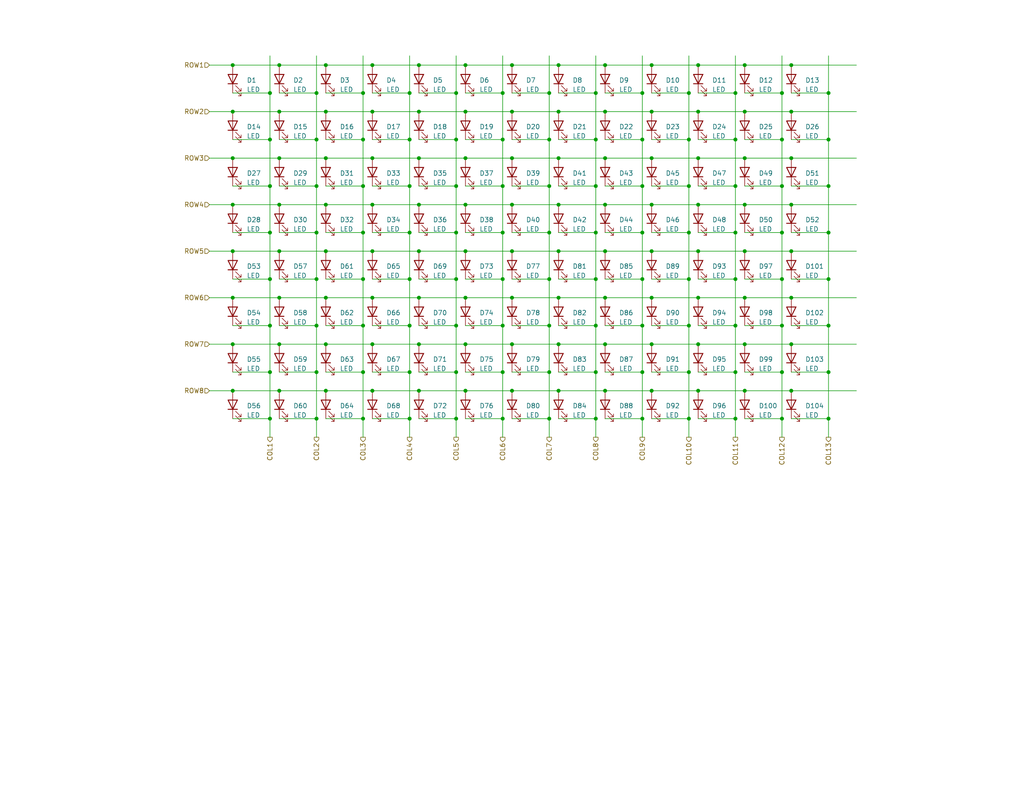
<source format=kicad_sch>
(kicad_sch (version 20230121) (generator eeschema)
  (paper "A")
  (title_block (title "10x13 LED Array"))
  (lib_symbols
    (symbol "Device:LED" (pin_numbers hide) (pin_names (offset 1.016) hide)
      (property "Reference" "D" (at 0 2.54 0))
      (property "Value" "LED" (at 0 -2.54 0))
      (symbol "LED_1_1"
        (pin passive line (at -3.81 0 0) (length 2.54) (name "K") (number "1"))
        (pin passive line (at 3.81 0 180) (length 2.54) (name "A") (number "2"))
      )
    )
  )
  (junction (at 175.26 38.1))
  (junction (at 101.6 30.48))
  (junction (at 213.36 88.9))
  (junction (at 162.56 63.5))
  (junction (at 86.36 101.6))
  (junction (at 76.2 68.58))
  (junction (at 139.7 55.88))
  (junction (at 226.06 88.9))
  (junction (at 124.46 114.3))
  (junction (at 190.5 17.78))
  (junction (at 200.66 114.3))
  (junction (at 213.36 101.6))
  (junction (at 88.9 30.48))
  (junction (at 226.06 38.1))
  (junction (at 162.56 76.2))
  (junction (at 190.5 55.88))
  (junction (at 187.96 88.9))
  (junction (at 177.8 93.98))
  (junction (at 177.8 68.58))
  (junction (at 187.96 38.1))
  (junction (at 200.66 25.4))
  (junction (at 127 55.88))
  (junction (at 213.36 63.5))
  (junction (at 124.46 38.1))
  (junction (at 187.96 25.4))
  (junction (at 213.36 50.8))
  (junction (at 127 43.18))
  (junction (at 203.2 93.98))
  (junction (at 99.06 88.9))
  (junction (at 152.4 17.78))
  (junction (at 63.5 43.18))
  (junction (at 177.8 55.88))
  (junction (at 162.56 88.9))
  (junction (at 101.6 81.28))
  (junction (at 76.2 55.88))
  (junction (at 76.2 43.18))
  (junction (at 203.2 30.48))
  (junction (at 111.76 76.2))
  (junction (at 226.06 50.8))
  (junction (at 165.1 68.58))
  (junction (at 162.56 25.4))
  (junction (at 215.9 30.48))
  (junction (at 190.5 43.18))
  (junction (at 165.1 106.68))
  (junction (at 124.46 25.4))
  (junction (at 215.9 106.68))
  (junction (at 165.1 17.78))
  (junction (at 86.36 114.3))
  (junction (at 124.46 101.6))
  (junction (at 73.66 25.4))
  (junction (at 203.2 43.18))
  (junction (at 88.9 68.58))
  (junction (at 177.8 43.18))
  (junction (at 162.56 38.1))
  (junction (at 86.36 76.2))
  (junction (at 215.9 43.18))
  (junction (at 139.7 30.48))
  (junction (at 203.2 68.58))
  (junction (at 139.7 93.98))
  (junction (at 73.66 50.8))
  (junction (at 99.06 38.1))
  (junction (at 190.5 93.98))
  (junction (at 101.6 68.58))
  (junction (at 88.9 43.18))
  (junction (at 88.9 17.78))
  (junction (at 88.9 93.98))
  (junction (at 99.06 114.3))
  (junction (at 177.8 81.28))
  (junction (at 200.66 76.2))
  (junction (at 149.86 38.1))
  (junction (at 165.1 43.18))
  (junction (at 86.36 25.4))
  (junction (at 152.4 55.88))
  (junction (at 127 106.68))
  (junction (at 101.6 17.78))
  (junction (at 200.66 38.1))
  (junction (at 88.9 55.88))
  (junction (at 226.06 63.5))
  (junction (at 190.5 30.48))
  (junction (at 175.26 63.5))
  (junction (at 200.66 101.6))
  (junction (at 88.9 106.68))
  (junction (at 63.5 68.58))
  (junction (at 175.26 76.2))
  (junction (at 101.6 43.18))
  (junction (at 215.9 93.98))
  (junction (at 203.2 17.78))
  (junction (at 175.26 50.8))
  (junction (at 203.2 81.28))
  (junction (at 226.06 114.3))
  (junction (at 213.36 38.1))
  (junction (at 111.76 63.5))
  (junction (at 137.16 63.5))
  (junction (at 215.9 17.78))
  (junction (at 190.5 81.28))
  (junction (at 149.86 50.8))
  (junction (at 187.96 114.3))
  (junction (at 99.06 101.6))
  (junction (at 127 93.98))
  (junction (at 114.3 81.28))
  (junction (at 175.26 88.9))
  (junction (at 99.06 25.4))
  (junction (at 203.2 55.88))
  (junction (at 86.36 38.1))
  (junction (at 76.2 30.48))
  (junction (at 200.66 88.9))
  (junction (at 162.56 50.8))
  (junction (at 215.9 81.28))
  (junction (at 101.6 106.68))
  (junction (at 137.16 38.1))
  (junction (at 73.66 114.3))
  (junction (at 226.06 101.6))
  (junction (at 200.66 50.8))
  (junction (at 114.3 68.58))
  (junction (at 215.9 55.88))
  (junction (at 114.3 55.88))
  (junction (at 99.06 76.2))
  (junction (at 200.66 63.5))
  (junction (at 190.5 106.68))
  (junction (at 139.7 81.28))
  (junction (at 124.46 88.9))
  (junction (at 76.2 81.28))
  (junction (at 127 17.78))
  (junction (at 114.3 17.78))
  (junction (at 213.36 114.3))
  (junction (at 127 30.48))
  (junction (at 152.4 81.28))
  (junction (at 127 81.28))
  (junction (at 111.76 101.6))
  (junction (at 165.1 55.88))
  (junction (at 73.66 38.1))
  (junction (at 137.16 88.9))
  (junction (at 111.76 50.8))
  (junction (at 190.5 68.58))
  (junction (at 88.9 81.28))
  (junction (at 165.1 93.98))
  (junction (at 139.7 68.58))
  (junction (at 73.66 63.5))
  (junction (at 137.16 25.4))
  (junction (at 86.36 50.8))
  (junction (at 124.46 76.2))
  (junction (at 124.46 50.8))
  (junction (at 175.26 25.4))
  (junction (at 187.96 76.2))
  (junction (at 137.16 101.6))
  (junction (at 162.56 101.6))
  (junction (at 149.86 76.2))
  (junction (at 162.56 114.3))
  (junction (at 149.86 114.3))
  (junction (at 111.76 114.3))
  (junction (at 137.16 50.8))
  (junction (at 63.5 93.98))
  (junction (at 165.1 81.28))
  (junction (at 165.1 30.48))
  (junction (at 127 68.58))
  (junction (at 114.3 93.98))
  (junction (at 63.5 17.78))
  (junction (at 63.5 106.68))
  (junction (at 149.86 25.4))
  (junction (at 114.3 30.48))
  (junction (at 99.06 63.5))
  (junction (at 226.06 25.4))
  (junction (at 99.06 50.8))
  (junction (at 124.46 63.5))
  (junction (at 152.4 68.58))
  (junction (at 177.8 17.78))
  (junction (at 114.3 43.18))
  (junction (at 63.5 55.88))
  (junction (at 73.66 101.6))
  (junction (at 63.5 30.48))
  (junction (at 139.7 17.78))
  (junction (at 215.9 68.58))
  (junction (at 73.66 88.9))
  (junction (at 101.6 93.98))
  (junction (at 139.7 43.18))
  (junction (at 101.6 55.88))
  (junction (at 149.86 88.9))
  (junction (at 76.2 93.98))
  (junction (at 137.16 114.3))
  (junction (at 175.26 114.3))
  (junction (at 76.2 17.78))
  (junction (at 203.2 106.68))
  (junction (at 86.36 88.9))
  (junction (at 73.66 76.2))
  (junction (at 152.4 93.98))
  (junction (at 175.26 101.6))
  (junction (at 152.4 43.18))
  (junction (at 86.36 63.5))
  (junction (at 111.76 25.4))
  (junction (at 187.96 101.6))
  (junction (at 149.86 101.6))
  (junction (at 213.36 25.4))
  (junction (at 177.8 30.48))
  (junction (at 149.86 63.5))
  (junction (at 114.3 106.68))
  (junction (at 76.2 106.68))
  (junction (at 177.8 106.68))
  (junction (at 139.7 106.68))
  (junction (at 111.76 88.9))
  (junction (at 226.06 76.2))
  (junction (at 152.4 106.68))
  (junction (at 213.36 76.2))
  (junction (at 187.96 50.8))
  (junction (at 152.4 30.48))
  (junction (at 63.5 81.28))
  (junction (at 187.96 63.5))
  (junction (at 111.76 38.1))
  (junction (at 137.16 76.2))
  (wire (pts (xy 63.5 38.1) (xy 73.66 38.1)))
  (wire (pts (xy 190.5 63.5) (xy 200.66 63.5)))
  (wire (pts (xy 88.9 114.3) (xy 99.06 114.3)))
  (wire (pts (xy 215.9 17.78) (xy 233.68 17.78)))
  (wire (pts (xy 88.9 30.48) (xy 101.6 30.48)))
  (wire (pts (xy 127 30.48) (xy 139.7 30.48)))
  (wire (pts (xy 57.15 106.68) (xy 63.5 106.68)))
  (wire (pts (xy 127 88.9) (xy 137.16 88.9)))
  (wire (pts (xy 124.46 63.5) (xy 124.46 76.2)))
  (wire (pts (xy 215.9 63.5) (xy 226.06 63.5)))
  (wire (pts (xy 127 63.5) (xy 137.16 63.5)))
  (wire (pts (xy 139.7 106.68) (xy 152.4 106.68)))
  (wire (pts (xy 175.26 101.6) (xy 175.26 114.3)))
  (wire (pts (xy 149.86 15.24) (xy 149.86 25.4)))
  (wire (pts (xy 127 114.3) (xy 137.16 114.3)))
  (wire (pts (xy 111.76 114.3) (xy 111.76 119.38)))
  (wire (pts (xy 215.9 55.88) (xy 233.68 55.88)))
  (wire (pts (xy 203.2 55.88) (xy 215.9 55.88)))
  (wire (pts (xy 162.56 88.9) (xy 162.56 101.6)))
  (wire (pts (xy 86.36 38.1) (xy 86.36 50.8)))
  (wire (pts (xy 203.2 101.6) (xy 213.36 101.6)))
  (wire (pts (xy 152.4 43.18) (xy 165.1 43.18)))
  (wire (pts (xy 101.6 93.98) (xy 114.3 93.98)))
  (wire (pts (xy 114.3 38.1) (xy 124.46 38.1)))
  (wire (pts (xy 190.5 43.18) (xy 203.2 43.18)))
  (wire (pts (xy 215.9 43.18) (xy 233.68 43.18)))
  (wire (pts (xy 57.15 68.58) (xy 63.5 68.58)))
  (wire (pts (xy 63.5 55.88) (xy 76.2 55.88)))
  (wire (pts (xy 124.46 50.8) (xy 124.46 63.5)))
  (wire (pts (xy 226.06 88.9) (xy 226.06 101.6)))
  (wire (pts (xy 127 50.8) (xy 137.16 50.8)))
  (wire (pts (xy 57.15 55.88) (xy 63.5 55.88)))
  (wire (pts (xy 149.86 63.5) (xy 149.86 76.2)))
  (wire (pts (xy 139.7 88.9) (xy 149.86 88.9)))
  (wire (pts (xy 124.46 88.9) (xy 124.46 101.6)))
  (wire (pts (xy 139.7 55.88) (xy 152.4 55.88)))
  (wire (pts (xy 149.86 50.8) (xy 149.86 63.5)))
  (wire (pts (xy 177.8 55.88) (xy 190.5 55.88)))
  (wire (pts (xy 165.1 30.48) (xy 177.8 30.48)))
  (wire (pts (xy 203.2 38.1) (xy 213.36 38.1)))
  (wire (pts (xy 139.7 50.8) (xy 149.86 50.8)))
  (wire (pts (xy 215.9 101.6) (xy 226.06 101.6)))
  (wire (pts (xy 165.1 50.8) (xy 175.26 50.8)))
  (wire (pts (xy 215.9 114.3) (xy 226.06 114.3)))
  (wire (pts (xy 175.26 15.24) (xy 175.26 25.4)))
  (wire (pts (xy 213.36 76.2) (xy 213.36 88.9)))
  (wire (pts (xy 162.56 101.6) (xy 162.56 114.3)))
  (wire (pts (xy 63.5 114.3) (xy 73.66 114.3)))
  (wire (pts (xy 213.36 101.6) (xy 213.36 114.3)))
  (wire (pts (xy 57.15 30.48) (xy 63.5 30.48)))
  (wire (pts (xy 203.2 81.28) (xy 215.9 81.28)))
  (wire (pts (xy 127 93.98) (xy 139.7 93.98)))
  (wire (pts (xy 165.1 88.9) (xy 175.26 88.9)))
  (wire (pts (xy 88.9 55.88) (xy 101.6 55.88)))
  (wire (pts (xy 152.4 68.58) (xy 165.1 68.58)))
  (wire (pts (xy 76.2 63.5) (xy 86.36 63.5)))
  (wire (pts (xy 187.96 63.5) (xy 187.96 76.2)))
  (wire (pts (xy 137.16 25.4) (xy 137.16 38.1)))
  (wire (pts (xy 139.7 30.48) (xy 152.4 30.48)))
  (wire (pts (xy 165.1 43.18) (xy 177.8 43.18)))
  (wire (pts (xy 114.3 88.9) (xy 124.46 88.9)))
  (wire (pts (xy 114.3 76.2) (xy 124.46 76.2)))
  (wire (pts (xy 127 101.6) (xy 137.16 101.6)))
  (wire (pts (xy 86.36 63.5) (xy 86.36 76.2)))
  (wire (pts (xy 114.3 43.18) (xy 127 43.18)))
  (wire (pts (xy 190.5 106.68) (xy 203.2 106.68)))
  (wire (pts (xy 200.66 101.6) (xy 200.66 114.3)))
  (wire (pts (xy 226.06 76.2) (xy 226.06 88.9)))
  (wire (pts (xy 114.3 114.3) (xy 124.46 114.3)))
  (wire (pts (xy 200.66 63.5) (xy 200.66 76.2)))
  (wire (pts (xy 101.6 106.68) (xy 114.3 106.68)))
  (wire (pts (xy 76.2 88.9) (xy 86.36 88.9)))
  (wire (pts (xy 139.7 68.58) (xy 152.4 68.58)))
  (wire (pts (xy 76.2 106.68) (xy 88.9 106.68)))
  (wire (pts (xy 127 55.88) (xy 139.7 55.88)))
  (wire (pts (xy 152.4 25.4) (xy 162.56 25.4)))
  (wire (pts (xy 127 25.4) (xy 137.16 25.4)))
  (wire (pts (xy 200.66 25.4) (xy 200.66 38.1)))
  (wire (pts (xy 226.06 50.8) (xy 226.06 63.5)))
  (wire (pts (xy 203.2 17.78) (xy 215.9 17.78)))
  (wire (pts (xy 73.66 15.24) (xy 73.66 25.4)))
  (wire (pts (xy 152.4 88.9) (xy 162.56 88.9)))
  (wire (pts (xy 88.9 17.78) (xy 101.6 17.78)))
  (wire (pts (xy 149.86 38.1) (xy 149.86 50.8)))
  (wire (pts (xy 177.8 43.18) (xy 190.5 43.18)))
  (wire (pts (xy 190.5 93.98) (xy 203.2 93.98)))
  (wire (pts (xy 177.8 63.5) (xy 187.96 63.5)))
  (wire (pts (xy 139.7 93.98) (xy 152.4 93.98)))
  (wire (pts (xy 226.06 25.4) (xy 226.06 38.1)))
  (wire (pts (xy 63.5 106.68) (xy 76.2 106.68)))
  (wire (pts (xy 101.6 55.88) (xy 114.3 55.88)))
  (wire (pts (xy 200.66 50.8) (xy 200.66 63.5)))
  (wire (pts (xy 152.4 63.5) (xy 162.56 63.5)))
  (wire (pts (xy 101.6 43.18) (xy 114.3 43.18)))
  (wire (pts (xy 114.3 63.5) (xy 124.46 63.5)))
  (wire (pts (xy 111.76 76.2) (xy 111.76 88.9)))
  (wire (pts (xy 101.6 76.2) (xy 111.76 76.2)))
  (wire (pts (xy 200.66 38.1) (xy 200.66 50.8)))
  (wire (pts (xy 213.36 25.4) (xy 213.36 38.1)))
  (wire (pts (xy 101.6 38.1) (xy 111.76 38.1)))
  (wire (pts (xy 76.2 81.28) (xy 88.9 81.28)))
  (wire (pts (xy 177.8 30.48) (xy 190.5 30.48)))
  (wire (pts (xy 190.5 101.6) (xy 200.66 101.6)))
  (wire (pts (xy 175.26 25.4) (xy 175.26 38.1)))
  (wire (pts (xy 162.56 76.2) (xy 162.56 88.9)))
  (wire (pts (xy 215.9 50.8) (xy 226.06 50.8)))
  (wire (pts (xy 63.5 17.78) (xy 76.2 17.78)))
  (wire (pts (xy 101.6 81.28) (xy 114.3 81.28)))
  (wire (pts (xy 203.2 76.2) (xy 213.36 76.2)))
  (wire (pts (xy 76.2 76.2) (xy 86.36 76.2)))
  (wire (pts (xy 177.8 93.98) (xy 190.5 93.98)))
  (wire (pts (xy 152.4 38.1) (xy 162.56 38.1)))
  (wire (pts (xy 139.7 114.3) (xy 149.86 114.3)))
  (wire (pts (xy 165.1 17.78) (xy 177.8 17.78)))
  (wire (pts (xy 124.46 25.4) (xy 124.46 38.1)))
  (wire (pts (xy 73.66 101.6) (xy 73.66 114.3)))
  (wire (pts (xy 187.96 38.1) (xy 187.96 50.8)))
  (wire (pts (xy 76.2 114.3) (xy 86.36 114.3)))
  (wire (pts (xy 63.5 50.8) (xy 73.66 50.8)))
  (wire (pts (xy 63.5 76.2) (xy 73.66 76.2)))
  (wire (pts (xy 114.3 68.58) (xy 127 68.58)))
  (wire (pts (xy 111.76 88.9) (xy 111.76 101.6)))
  (wire (pts (xy 137.16 88.9) (xy 137.16 101.6)))
  (wire (pts (xy 76.2 30.48) (xy 88.9 30.48)))
  (wire (pts (xy 203.2 63.5) (xy 213.36 63.5)))
  (wire (pts (xy 177.8 76.2) (xy 187.96 76.2)))
  (wire (pts (xy 86.36 76.2) (xy 86.36 88.9)))
  (wire (pts (xy 127 76.2) (xy 137.16 76.2)))
  (wire (pts (xy 101.6 30.48) (xy 114.3 30.48)))
  (wire (pts (xy 165.1 114.3) (xy 175.26 114.3)))
  (wire (pts (xy 203.2 88.9) (xy 213.36 88.9)))
  (wire (pts (xy 111.76 101.6) (xy 111.76 114.3)))
  (wire (pts (xy 73.66 25.4) (xy 73.66 38.1)))
  (wire (pts (xy 88.9 88.9) (xy 99.06 88.9)))
  (wire (pts (xy 162.56 25.4) (xy 162.56 38.1)))
  (wire (pts (xy 177.8 101.6) (xy 187.96 101.6)))
  (wire (pts (xy 86.36 50.8) (xy 86.36 63.5)))
  (wire (pts (xy 215.9 88.9) (xy 226.06 88.9)))
  (wire (pts (xy 127 81.28) (xy 139.7 81.28)))
  (wire (pts (xy 99.06 15.24) (xy 99.06 25.4)))
  (wire (pts (xy 190.5 25.4) (xy 200.66 25.4)))
  (wire (pts (xy 88.9 93.98) (xy 101.6 93.98)))
  (wire (pts (xy 111.76 15.24) (xy 111.76 25.4)))
  (wire (pts (xy 175.26 50.8) (xy 175.26 63.5)))
  (wire (pts (xy 187.96 101.6) (xy 187.96 114.3)))
  (wire (pts (xy 187.96 50.8) (xy 187.96 63.5)))
  (wire (pts (xy 165.1 81.28) (xy 177.8 81.28)))
  (wire (pts (xy 73.66 76.2) (xy 73.66 88.9)))
  (wire (pts (xy 200.66 15.24) (xy 200.66 25.4)))
  (wire (pts (xy 76.2 55.88) (xy 88.9 55.88)))
  (wire (pts (xy 190.5 38.1) (xy 200.66 38.1)))
  (wire (pts (xy 226.06 101.6) (xy 226.06 114.3)))
  (wire (pts (xy 175.26 76.2) (xy 175.26 88.9)))
  (wire (pts (xy 127 43.18) (xy 139.7 43.18)))
  (wire (pts (xy 88.9 38.1) (xy 99.06 38.1)))
  (wire (pts (xy 152.4 55.88) (xy 165.1 55.88)))
  (wire (pts (xy 149.86 88.9) (xy 149.86 101.6)))
  (wire (pts (xy 200.66 88.9) (xy 200.66 101.6)))
  (wire (pts (xy 111.76 63.5) (xy 111.76 76.2)))
  (wire (pts (xy 213.36 88.9) (xy 213.36 101.6)))
  (wire (pts (xy 152.4 81.28) (xy 165.1 81.28)))
  (wire (pts (xy 99.06 50.8) (xy 99.06 63.5)))
  (wire (pts (xy 203.2 93.98) (xy 215.9 93.98)))
  (wire (pts (xy 63.5 25.4) (xy 73.66 25.4)))
  (wire (pts (xy 215.9 25.4) (xy 226.06 25.4)))
  (wire (pts (xy 88.9 101.6) (xy 99.06 101.6)))
  (wire (pts (xy 57.15 93.98) (xy 63.5 93.98)))
  (wire (pts (xy 137.16 114.3) (xy 137.16 119.38)))
  (wire (pts (xy 88.9 63.5) (xy 99.06 63.5)))
  (wire (pts (xy 149.86 114.3) (xy 149.86 119.38)))
  (wire (pts (xy 149.86 25.4) (xy 149.86 38.1)))
  (wire (pts (xy 190.5 88.9) (xy 200.66 88.9)))
  (wire (pts (xy 213.36 63.5) (xy 213.36 76.2)))
  (wire (pts (xy 177.8 106.68) (xy 190.5 106.68)))
  (wire (pts (xy 215.9 38.1) (xy 226.06 38.1)))
  (wire (pts (xy 162.56 63.5) (xy 162.56 76.2)))
  (wire (pts (xy 139.7 81.28) (xy 152.4 81.28)))
  (wire (pts (xy 165.1 25.4) (xy 175.26 25.4)))
  (wire (pts (xy 127 106.68) (xy 139.7 106.68)))
  (wire (pts (xy 165.1 106.68) (xy 177.8 106.68)))
  (wire (pts (xy 99.06 38.1) (xy 99.06 50.8)))
  (wire (pts (xy 101.6 88.9) (xy 111.76 88.9)))
  (wire (pts (xy 165.1 38.1) (xy 175.26 38.1)))
  (wire (pts (xy 162.56 15.24) (xy 162.56 25.4)))
  (wire (pts (xy 190.5 76.2) (xy 200.66 76.2)))
  (wire (pts (xy 63.5 81.28) (xy 76.2 81.28)))
  (wire (pts (xy 215.9 76.2) (xy 226.06 76.2)))
  (wire (pts (xy 73.66 63.5) (xy 73.66 76.2)))
  (wire (pts (xy 88.9 68.58) (xy 101.6 68.58)))
  (wire (pts (xy 99.06 114.3) (xy 99.06 119.38)))
  (wire (pts (xy 63.5 68.58) (xy 76.2 68.58)))
  (wire (pts (xy 101.6 50.8) (xy 111.76 50.8)))
  (wire (pts (xy 63.5 63.5) (xy 73.66 63.5)))
  (wire (pts (xy 137.16 101.6) (xy 137.16 114.3)))
  (wire (pts (xy 124.46 15.24) (xy 124.46 25.4)))
  (wire (pts (xy 175.26 63.5) (xy 175.26 76.2)))
  (wire (pts (xy 124.46 101.6) (xy 124.46 114.3)))
  (wire (pts (xy 152.4 50.8) (xy 162.56 50.8)))
  (wire (pts (xy 88.9 43.18) (xy 101.6 43.18)))
  (wire (pts (xy 165.1 63.5) (xy 175.26 63.5)))
  (wire (pts (xy 226.06 38.1) (xy 226.06 50.8)))
  (wire (pts (xy 139.7 38.1) (xy 149.86 38.1)))
  (wire (pts (xy 226.06 15.24) (xy 226.06 25.4)))
  (wire (pts (xy 101.6 63.5) (xy 111.76 63.5)))
  (wire (pts (xy 76.2 93.98) (xy 88.9 93.98)))
  (wire (pts (xy 111.76 38.1) (xy 111.76 50.8)))
  (wire (pts (xy 165.1 68.58) (xy 177.8 68.58)))
  (wire (pts (xy 203.2 43.18) (xy 215.9 43.18)))
  (wire (pts (xy 86.36 101.6) (xy 86.36 114.3)))
  (wire (pts (xy 152.4 101.6) (xy 162.56 101.6)))
  (wire (pts (xy 149.86 76.2) (xy 149.86 88.9)))
  (wire (pts (xy 162.56 38.1) (xy 162.56 50.8)))
  (wire (pts (xy 213.36 15.24) (xy 213.36 25.4)))
  (wire (pts (xy 177.8 81.28) (xy 190.5 81.28)))
  (wire (pts (xy 215.9 30.48) (xy 233.68 30.48)))
  (wire (pts (xy 152.4 93.98) (xy 165.1 93.98)))
  (wire (pts (xy 88.9 76.2) (xy 99.06 76.2)))
  (wire (pts (xy 76.2 25.4) (xy 86.36 25.4)))
  (wire (pts (xy 137.16 15.24) (xy 137.16 25.4)))
  (wire (pts (xy 139.7 76.2) (xy 149.86 76.2)))
  (wire (pts (xy 165.1 101.6) (xy 175.26 101.6)))
  (wire (pts (xy 226.06 114.3) (xy 226.06 119.38)))
  (wire (pts (xy 88.9 50.8) (xy 99.06 50.8)))
  (wire (pts (xy 177.8 114.3) (xy 187.96 114.3)))
  (wire (pts (xy 99.06 63.5) (xy 99.06 76.2)))
  (wire (pts (xy 76.2 101.6) (xy 86.36 101.6)))
  (wire (pts (xy 114.3 81.28) (xy 127 81.28)))
  (wire (pts (xy 63.5 101.6) (xy 73.66 101.6)))
  (wire (pts (xy 101.6 17.78) (xy 114.3 17.78)))
  (wire (pts (xy 76.2 38.1) (xy 86.36 38.1)))
  (wire (pts (xy 137.16 38.1) (xy 137.16 50.8)))
  (wire (pts (xy 139.7 63.5) (xy 149.86 63.5)))
  (wire (pts (xy 114.3 17.78) (xy 127 17.78)))
  (wire (pts (xy 73.66 38.1) (xy 73.66 50.8)))
  (wire (pts (xy 127 68.58) (xy 139.7 68.58)))
  (wire (pts (xy 86.36 88.9) (xy 86.36 101.6)))
  (wire (pts (xy 114.3 93.98) (xy 127 93.98)))
  (wire (pts (xy 88.9 81.28) (xy 101.6 81.28)))
  (wire (pts (xy 203.2 50.8) (xy 213.36 50.8)))
  (wire (pts (xy 203.2 114.3) (xy 213.36 114.3)))
  (wire (pts (xy 99.06 76.2) (xy 99.06 88.9)))
  (wire (pts (xy 88.9 106.68) (xy 101.6 106.68)))
  (wire (pts (xy 73.66 114.3) (xy 73.66 119.38)))
  (wire (pts (xy 99.06 88.9) (xy 99.06 101.6)))
  (wire (pts (xy 190.5 114.3) (xy 200.66 114.3)))
  (wire (pts (xy 187.96 76.2) (xy 187.96 88.9)))
  (wire (pts (xy 139.7 101.6) (xy 149.86 101.6)))
  (wire (pts (xy 165.1 93.98) (xy 177.8 93.98)))
  (wire (pts (xy 187.96 114.3) (xy 187.96 119.38)))
  (wire (pts (xy 190.5 68.58) (xy 203.2 68.58)))
  (wire (pts (xy 149.86 101.6) (xy 149.86 114.3)))
  (wire (pts (xy 190.5 17.78) (xy 203.2 17.78)))
  (wire (pts (xy 101.6 114.3) (xy 111.76 114.3)))
  (wire (pts (xy 162.56 50.8) (xy 162.56 63.5)))
  (wire (pts (xy 127 17.78) (xy 139.7 17.78)))
  (wire (pts (xy 215.9 106.68) (xy 233.68 106.68)))
  (wire (pts (xy 175.26 38.1) (xy 175.26 50.8)))
  (wire (pts (xy 63.5 88.9) (xy 73.66 88.9)))
  (wire (pts (xy 139.7 25.4) (xy 149.86 25.4)))
  (wire (pts (xy 76.2 17.78) (xy 88.9 17.78)))
  (wire (pts (xy 63.5 43.18) (xy 76.2 43.18)))
  (wire (pts (xy 200.66 114.3) (xy 200.66 119.38)))
  (wire (pts (xy 152.4 114.3) (xy 162.56 114.3)))
  (wire (pts (xy 215.9 81.28) (xy 233.68 81.28)))
  (wire (pts (xy 137.16 63.5) (xy 137.16 76.2)))
  (wire (pts (xy 177.8 38.1) (xy 187.96 38.1)))
  (wire (pts (xy 124.46 38.1) (xy 124.46 50.8)))
  (wire (pts (xy 215.9 93.98) (xy 233.68 93.98)))
  (wire (pts (xy 187.96 15.24) (xy 187.96 25.4)))
  (wire (pts (xy 203.2 25.4) (xy 213.36 25.4)))
  (wire (pts (xy 57.15 43.18) (xy 63.5 43.18)))
  (wire (pts (xy 139.7 17.78) (xy 152.4 17.78)))
  (wire (pts (xy 99.06 25.4) (xy 99.06 38.1)))
  (wire (pts (xy 187.96 88.9) (xy 187.96 101.6)))
  (wire (pts (xy 127 38.1) (xy 137.16 38.1)))
  (wire (pts (xy 190.5 30.48) (xy 203.2 30.48)))
  (wire (pts (xy 203.2 68.58) (xy 215.9 68.58)))
  (wire (pts (xy 137.16 50.8) (xy 137.16 63.5)))
  (wire (pts (xy 152.4 106.68) (xy 165.1 106.68)))
  (wire (pts (xy 114.3 30.48) (xy 127 30.48)))
  (wire (pts (xy 190.5 55.88) (xy 203.2 55.88)))
  (wire (pts (xy 99.06 101.6) (xy 99.06 114.3)))
  (wire (pts (xy 213.36 38.1) (xy 213.36 50.8)))
  (wire (pts (xy 213.36 50.8) (xy 213.36 63.5)))
  (wire (pts (xy 111.76 50.8) (xy 111.76 63.5)))
  (wire (pts (xy 177.8 68.58) (xy 190.5 68.58)))
  (wire (pts (xy 114.3 55.88) (xy 127 55.88)))
  (wire (pts (xy 73.66 50.8) (xy 73.66 63.5)))
  (wire (pts (xy 101.6 101.6) (xy 111.76 101.6)))
  (wire (pts (xy 57.15 81.28) (xy 63.5 81.28)))
  (wire (pts (xy 101.6 25.4) (xy 111.76 25.4)))
  (wire (pts (xy 114.3 106.68) (xy 127 106.68)))
  (wire (pts (xy 137.16 76.2) (xy 137.16 88.9)))
  (wire (pts (xy 187.96 25.4) (xy 187.96 38.1)))
  (wire (pts (xy 63.5 93.98) (xy 76.2 93.98)))
  (wire (pts (xy 139.7 43.18) (xy 152.4 43.18)))
  (wire (pts (xy 124.46 76.2) (xy 124.46 88.9)))
  (wire (pts (xy 86.36 25.4) (xy 86.36 38.1)))
  (wire (pts (xy 73.66 88.9) (xy 73.66 101.6)))
  (wire (pts (xy 86.36 114.3) (xy 86.36 119.38)))
  (wire (pts (xy 111.76 25.4) (xy 111.76 38.1)))
  (wire (pts (xy 76.2 43.18) (xy 88.9 43.18)))
  (wire (pts (xy 200.66 76.2) (xy 200.66 88.9)))
  (wire (pts (xy 175.26 88.9) (xy 175.26 101.6)))
  (wire (pts (xy 86.36 15.24) (xy 86.36 25.4)))
  (wire (pts (xy 213.36 114.3) (xy 213.36 119.38)))
  (wire (pts (xy 114.3 101.6) (xy 124.46 101.6)))
  (wire (pts (xy 76.2 68.58) (xy 88.9 68.58)))
  (wire (pts (xy 114.3 25.4) (xy 124.46 25.4)))
  (wire (pts (xy 215.9 68.58) (xy 233.68 68.58)))
  (wire (pts (xy 152.4 76.2) (xy 162.56 76.2)))
  (wire (pts (xy 124.46 114.3) (xy 124.46 119.38)))
  (wire (pts (xy 177.8 88.9) (xy 187.96 88.9)))
  (wire (pts (xy 152.4 30.48) (xy 165.1 30.48)))
  (wire (pts (xy 63.5 30.48) (xy 76.2 30.48)))
  (wire (pts (xy 88.9 25.4) (xy 99.06 25.4)))
  (wire (pts (xy 203.2 106.68) (xy 215.9 106.68)))
  (wire (pts (xy 114.3 50.8) (xy 124.46 50.8)))
  (wire (pts (xy 177.8 17.78) (xy 190.5 17.78)))
  (wire (pts (xy 190.5 81.28) (xy 203.2 81.28)))
  (wire (pts (xy 190.5 50.8) (xy 200.66 50.8)))
  (wire (pts (xy 165.1 76.2) (xy 175.26 76.2)))
  (wire (pts (xy 226.06 63.5) (xy 226.06 76.2)))
  (wire (pts (xy 57.15 17.78) (xy 63.5 17.78)))
  (wire (pts (xy 177.8 50.8) (xy 187.96 50.8)))
  (wire (pts (xy 175.26 114.3) (xy 175.26 119.38)))
  (wire (pts (xy 177.8 25.4) (xy 187.96 25.4)))
  (wire (pts (xy 165.1 55.88) (xy 177.8 55.88)))
  (wire (pts (xy 162.56 114.3) (xy 162.56 119.38)))
  (wire (pts (xy 101.6 68.58) (xy 114.3 68.58)))
  (wire (pts (xy 152.4 17.78) (xy 165.1 17.78)))
  (wire (pts (xy 76.2 50.8) (xy 86.36 50.8)))
  (wire (pts (xy 203.2 30.48) (xy 215.9 30.48)))
  (hierarchical_label "COL1" (shape output) (at 73.66 119.38 270))
  (hierarchical_label "COL10" (shape output) (at 187.96 119.38 270))
  (hierarchical_label "COL4" (shape output) (at 111.76 119.38 270))
  (hierarchical_label "COL13" (shape output) (at 226.06 119.38 270))
  (hierarchical_label "COL12" (shape output) (at 213.36 119.38 270))
  (hierarchical_label "COL5" (shape output) (at 124.46 119.38 270))
  (hierarchical_label "ROW8" (shape input) (at 57.15 106.68 180))
  (hierarchical_label "ROW4" (shape input) (at 57.15 55.88 180))
  (hierarchical_label "ROW3" (shape input) (at 57.15 43.18 180))
  (hierarchical_label "ROW5" (shape input) (at 57.15 68.58 180))
  (hierarchical_label "COL3" (shape output) (at 99.06 119.38 270))
  (hierarchical_label "ROW2" (shape input) (at 57.15 30.48 180))
  (hierarchical_label "ROW6" (shape input) (at 57.15 81.28 180))
  (hierarchical_label "COL6" (shape output) (at 137.16 119.38 270))
  (hierarchical_label "COL11" (shape output) (at 200.66 119.38 270))
  (hierarchical_label "COL8" (shape output) (at 162.56 119.38 270))
  (hierarchical_label "COL2" (shape output) (at 86.36 119.38 270))
  (hierarchical_label "ROW7" (shape input) (at 57.15 93.98 180))
  (hierarchical_label "COL9" (shape output) (at 175.26 119.38 270))
  (hierarchical_label "ROW1" (shape input) (at 57.15 17.78 180))
  (hierarchical_label "COL7" (shape output) (at 149.86 119.38 270))
  (symbol (lib_id "Device:LED") (at 215.9 34.29 90) (unit 1)
    (property "Reference" "D26" (at 219.71 34.6075 90) (effects (justify right)))
    (property "Value" "LED" (at 219.71 37.1475 90) (effects (justify right)))
    (instances (project "Perf Clock" (path "" (reference "D26") (unit 1)) (path "" (reference "D122") (unit 1)) (path "" (reference "D202") (unit 1))))
  )
  (symbol (lib_id "Device:LED") (at 190.5 85.09 90) (unit 1)
    (property "Reference" "D94" (at 194.31 85.4075 90) (effects (justify right)))
    (property "Value" "LED" (at 194.31 87.9475 90) (effects (justify right)))
    (instances (project "Perf Clock" (path "" (reference "D94") (unit 1)) (path "" (reference "D106") (unit 1)) (path "" (reference "D190") (unit 1))))
  )
  (symbol (lib_id "Device:LED") (at 101.6 59.69 90) (unit 1)
    (property "Reference" "D34" (at 105.41 60.0075 90) (effects (justify right)))
    (property "Value" "LED" (at 105.41 62.5475 90) (effects (justify right)))
    (instances (project "Perf Clock" (path "" (reference "D34") (unit 1)) (path "" (reference "D34") (unit 1)) (path "" (reference "D132") (unit 1))))
  )
  (symbol (lib_id "Device:LED") (at 165.1 34.29 90) (unit 1)
    (property "Reference" "D22" (at 168.91 34.6075 90) (effects (justify right)))
    (property "Value" "LED" (at 168.91 37.1475 90) (effects (justify right)))
    (instances (project "Perf Clock" (path "" (reference "D22") (unit 1)) (path "" (reference "D82") (unit 1)) (path "" (reference "D170") (unit 1))))
  )
  (symbol (lib_id "Device:LED") (at 101.6 34.29 90) (unit 1)
    (property "Reference" "D17" (at 105.41 34.6075 90) (effects (justify right)))
    (property "Value" "LED" (at 105.41 37.1475 90) (effects (justify right)))
    (instances (project "Perf Clock" (path "" (reference "D17") (unit 1)) (path "" (reference "D32") (unit 1)) (path "" (reference "D130") (unit 1))))
  )
  (symbol (lib_id "Device:LED") (at 114.3 59.69 90) (unit 1)
    (property "Reference" "D36" (at 118.11 60.0075 90) (effects (justify right)))
    (property "Value" "LED" (at 118.11 62.5475 90) (effects (justify right)))
    (instances (project "Perf Clock" (path "" (reference "D36") (unit 1)) (path "" (reference "D44") (unit 1)) (path "" (reference "D140") (unit 1))))
  )
  (symbol (lib_id "Device:LED") (at 127 59.69 90) (unit 1)
    (property "Reference" "D38" (at 130.81 60.0075 90) (effects (justify right)))
    (property "Value" "LED" (at 130.81 62.5475 90) (effects (justify right)))
    (instances (project "Perf Clock" (path "" (reference "D38") (unit 1)) (path "" (reference "D54") (unit 1)) (path "" (reference "D148") (unit 1))))
  )
  (symbol (lib_id "Device:LED") (at 88.9 59.69 90) (unit 1)
    (property "Reference" "D32" (at 92.71 60.0075 90) (effects (justify right)))
    (property "Value" "LED" (at 92.71 62.5475 90) (effects (justify right)))
    (instances (project "Perf Clock" (path "" (reference "D32") (unit 1)) (path "" (reference "D24") (unit 1)) (path "" (reference "D100") (unit 1))))
  )
  (symbol (lib_id "Device:LED") (at 114.3 110.49 90) (unit 1)
    (property "Reference" "D72" (at 118.11 110.8075 90) (effects (justify right)))
    (property "Value" "LED" (at 118.11 113.3475 90) (effects (justify right)))
    (instances (project "Perf Clock" (path "" (reference "D72") (unit 1)) (path "" (reference "D48") (unit 1)) (path "" (reference "D144") (unit 1))))
  )
  (symbol (lib_id "Device:LED") (at 177.8 21.59 90) (unit 1)
    (property "Reference" "D10" (at 181.61 21.9075 90) (effects (justify right)))
    (property "Value" "LED" (at 181.61 24.4475 90) (effects (justify right)))
    (instances (project "Perf Clock" (path "" (reference "D10") (unit 1)) (path "" (reference "D91") (unit 1)) (path "" (reference "D177") (unit 1))))
  )
  (symbol (lib_id "Device:LED") (at 215.9 110.49 90) (unit 1)
    (property "Reference" "D104" (at 219.71 110.8075 90) (effects (justify right)))
    (property "Value" "LED" (at 219.71 113.3475 90) (effects (justify right)))
    (instances (project "Perf Clock" (path "" (reference "D104") (unit 1)) (path "" (reference "D128") (unit 1)) (path "" (reference "D208") (unit 1))))
  )
  (symbol (lib_id "Device:LED") (at 139.7 59.69 90) (unit 1)
    (property "Reference" "D40" (at 143.51 60.0075 90) (effects (justify right)))
    (property "Value" "LED" (at 143.51 62.5475 90) (effects (justify right)))
    (instances (project "Perf Clock" (path "" (reference "D40") (unit 1)) (path "" (reference "D64") (unit 1)) (path "" (reference "D156") (unit 1))))
  )
  (symbol (lib_id "Device:LED") (at 88.9 21.59 90) (unit 1)
    (property "Reference" "D3" (at 92.71 21.9075 90) (effects (justify right)))
    (property "Value" "LED" (at 92.71 24.4475 90) (effects (justify right)))
    (instances (project "Perf Clock" (path "" (reference "D3") (unit 1)) (path "" (reference "D21") (unit 1)) (path "" (reference "D89") (unit 1))))
  )
  (symbol (lib_id "Device:LED") (at 165.1 59.69 90) (unit 1)
    (property "Reference" "D44" (at 168.91 60.0075 90) (effects (justify right)))
    (property "Value" "LED" (at 168.91 62.5475 90) (effects (justify right)))
    (instances (project "Perf Clock" (path "" (reference "D44") (unit 1)) (path "" (reference "D84") (unit 1)) (path "" (reference "D172") (unit 1))))
  )
  (symbol (lib_id "Device:LED") (at 101.6 21.59 90) (unit 1)
    (property "Reference" "D4" (at 105.41 21.9075 90) (effects (justify right)))
    (property "Value" "LED" (at 105.41 24.4475 90) (effects (justify right)))
    (instances (project "Perf Clock" (path "" (reference "D4") (unit 1)) (path "" (reference "D31") (unit 1)) (path "" (reference "D129") (unit 1))))
  )
  (symbol (lib_id "Device:LED") (at 152.4 85.09 90) (unit 1)
    (property "Reference" "D82" (at 156.21 85.4075 90) (effects (justify right)))
    (property "Value" "LED" (at 156.21 87.9475 90) (effects (justify right)))
    (instances (project "Perf Clock" (path "" (reference "D82") (unit 1)) (path "" (reference "D76") (unit 1)) (path "" (reference "D166") (unit 1))))
  )
  (symbol (lib_id "Device:LED") (at 76.2 110.49 90) (unit 1)
    (property "Reference" "D60" (at 80.01 110.8075 90) (effects (justify right)))
    (property "Value" "LED" (at 80.01 113.3475 90) (effects (justify right)))
    (instances (project "Perf Clock" (path "" (reference "D60") (unit 1)) (path "" (reference "D18") (unit 1)) (path "" (reference "D80") (unit 1))))
  )
  (symbol (lib_id "Device:LED") (at 190.5 72.39 90) (unit 1)
    (property "Reference" "D93" (at 194.31 72.7075 90) (effects (justify right)))
    (property "Value" "LED" (at 194.31 75.2475 90) (effects (justify right)))
    (instances (project "Perf Clock" (path "" (reference "D93") (unit 1)) (path "" (reference "D105") (unit 1)) (path "" (reference "D189") (unit 1))))
  )
  (symbol (lib_id "Device:LED") (at 139.7 34.29 90) (unit 1)
    (property "Reference" "D20" (at 143.51 34.6075 90) (effects (justify right)))
    (property "Value" "LED" (at 143.51 37.1475 90) (effects (justify right)))
    (instances (project "Perf Clock" (path "" (reference "D20") (unit 1)) (path "" (reference "D62") (unit 1)) (path "" (reference "D154") (unit 1))))
  )
  (symbol (lib_id "Device:LED") (at 127 72.39 90) (unit 1)
    (property "Reference" "D73" (at 130.81 72.7075 90) (effects (justify right)))
    (property "Value" "LED" (at 130.81 75.2475 90) (effects (justify right)))
    (instances (project "Perf Clock" (path "" (reference "D73") (unit 1)) (path "" (reference "D55") (unit 1)) (path "" (reference "D149") (unit 1))))
  )
  (symbol (lib_id "Device:LED") (at 63.5 72.39 90) (unit 1)
    (property "Reference" "D53" (at 67.31 72.7075 90) (effects (justify right)))
    (property "Value" "LED" (at 67.31 75.2475 90) (effects (justify right)))
    (instances (project "Perf Clock" (path "" (reference "D53") (unit 1)) (path "" (reference "D5") (unit 1)) (path "" (reference "D29") (unit 1))))
  )
  (symbol (lib_id "Device:LED") (at 139.7 85.09 90) (unit 1)
    (property "Reference" "D78" (at 143.51 85.4075 90) (effects (justify right)))
    (property "Value" "LED" (at 143.51 87.9475 90) (effects (justify right)))
    (instances (project "Perf Clock" (path "" (reference "D78") (unit 1)) (path "" (reference "D66") (unit 1)) (path "" (reference "D158") (unit 1))))
  )
  (symbol (lib_id "Device:LED") (at 101.6 97.79 90) (unit 1)
    (property "Reference" "D67" (at 105.41 98.1075 90) (effects (justify right)))
    (property "Value" "LED" (at 105.41 100.6475 90) (effects (justify right)))
    (instances (project "Perf Clock" (path "" (reference "D67") (unit 1)) (path "" (reference "D37") (unit 1)) (path "" (reference "D135") (unit 1))))
  )
  (symbol (lib_id "Device:LED") (at 139.7 110.49 90) (unit 1)
    (property "Reference" "D80" (at 143.51 110.8075 90) (effects (justify right)))
    (property "Value" "LED" (at 143.51 113.3475 90) (effects (justify right)))
    (instances (project "Perf Clock" (path "" (reference "D80") (unit 1)) (path "" (reference "D68") (unit 1)) (path "" (reference "D160") (unit 1))))
  )
  (symbol (lib_id "Device:LED") (at 63.5 59.69 90) (unit 1)
    (property "Reference" "D28" (at 67.31 60.0075 90) (effects (justify right)))
    (property "Value" "LED" (at 67.31 62.5475 90) (effects (justify right)))
    (instances (project "Perf Clock" (path "" (reference "D28") (unit 1)) (path "" (reference "D4") (unit 1)) (path "" (reference "D20") (unit 1))))
  )
  (symbol (lib_id "Device:LED") (at 165.1 97.79 90) (unit 1)
    (property "Reference" "D87" (at 168.91 98.1075 90) (effects (justify right)))
    (property "Value" "LED" (at 168.91 100.6475 90) (effects (justify right)))
    (instances (project "Perf Clock" (path "" (reference "D87") (unit 1)) (path "" (reference "D87") (unit 1)) (path "" (reference "D175") (unit 1))))
  )
  (symbol (lib_id "Device:LED") (at 190.5 59.69 90) (unit 1)
    (property "Reference" "D48" (at 194.31 60.0075 90) (effects (justify right)))
    (property "Value" "LED" (at 194.31 62.5475 90) (effects (justify right)))
    (instances (project "Perf Clock" (path "" (reference "D48") (unit 1)) (path "" (reference "D104") (unit 1)) (path "" (reference "D188") (unit 1))))
  )
  (symbol (lib_id "Device:LED") (at 177.8 34.29 90) (unit 1)
    (property "Reference" "D23" (at 181.61 34.6075 90) (effects (justify right)))
    (property "Value" "LED" (at 181.61 37.1475 90) (effects (justify right)))
    (instances (project "Perf Clock" (path "" (reference "D23") (unit 1)) (path "" (reference "D92") (unit 1)) (path "" (reference "D178") (unit 1))))
  )
  (symbol (lib_id "Device:LED") (at 101.6 46.99 90) (unit 1)
    (property "Reference" "D33" (at 105.41 47.3075 90) (effects (justify right)))
    (property "Value" "LED" (at 105.41 49.8475 90) (effects (justify right)))
    (instances (project "Perf Clock" (path "" (reference "D33") (unit 1)) (path "" (reference "D33") (unit 1)) (path "" (reference "D131") (unit 1))))
  )
  (symbol (lib_id "Device:LED") (at 114.3 97.79 90) (unit 1)
    (property "Reference" "D71" (at 118.11 98.1075 90) (effects (justify right)))
    (property "Value" "LED" (at 118.11 100.6475 90) (effects (justify right)))
    (instances (project "Perf Clock" (path "" (reference "D71") (unit 1)) (path "" (reference "D47") (unit 1)) (path "" (reference "D143") (unit 1))))
  )
  (symbol (lib_id "Device:LED") (at 88.9 97.79 90) (unit 1)
    (property "Reference" "D63" (at 92.71 98.1075 90) (effects (justify right)))
    (property "Value" "LED" (at 92.71 100.6475 90) (effects (justify right)))
    (instances (project "Perf Clock" (path "" (reference "D63") (unit 1)) (path "" (reference "D27") (unit 1)) (path "" (reference "D119") (unit 1))))
  )
  (symbol (lib_id "Device:LED") (at 203.2 85.09 90) (unit 1)
    (property "Reference" "D98" (at 207.01 85.4075 90) (effects (justify right)))
    (property "Value" "LED" (at 207.01 87.9475 90) (effects (justify right)))
    (instances (project "Perf Clock" (path "" (reference "D98") (unit 1)) (path "" (reference "D116") (unit 1)) (path "" (reference "D198") (unit 1))))
  )
  (symbol (lib_id "Device:LED") (at 203.2 72.39 90) (unit 1)
    (property "Reference" "D97" (at 207.01 72.7075 90) (effects (justify right)))
    (property "Value" "LED" (at 207.01 75.2475 90) (effects (justify right)))
    (instances (project "Perf Clock" (path "" (reference "D97") (unit 1)) (path "" (reference "D115") (unit 1)) (path "" (reference "D197") (unit 1))))
  )
  (symbol (lib_id "Device:LED") (at 177.8 59.69 90) (unit 1)
    (property "Reference" "D46" (at 181.61 60.0075 90) (effects (justify right)))
    (property "Value" "LED" (at 181.61 62.5475 90) (effects (justify right)))
    (instances (project "Perf Clock" (path "" (reference "D46") (unit 1)) (path "" (reference "D94") (unit 1)) (path "" (reference "D180") (unit 1))))
  )
  (symbol (lib_id "Device:LED") (at 76.2 59.69 90) (unit 1)
    (property "Reference" "D30" (at 80.01 60.0075 90) (effects (justify right)))
    (property "Value" "LED" (at 80.01 62.5475 90) (effects (justify right)))
    (instances (project "Perf Clock" (path "" (reference "D30") (unit 1)) (path "" (reference "D14") (unit 1)) (path "" (reference "D60") (unit 1))))
  )
  (symbol (lib_id "Device:LED") (at 177.8 85.09 90) (unit 1)
    (property "Reference" "D90" (at 181.61 85.4075 90) (effects (justify right)))
    (property "Value" "LED" (at 181.61 87.9475 90) (effects (justify right)))
    (instances (project "Perf Clock" (path "" (reference "D90") (unit 1)) (path "" (reference "D96") (unit 1)) (path "" (reference "D182") (unit 1))))
  )
  (symbol (lib_id "Device:LED") (at 76.2 97.79 90) (unit 1)
    (property "Reference" "D59" (at 80.01 98.1075 90) (effects (justify right)))
    (property "Value" "LED" (at 80.01 100.6475 90) (effects (justify right)))
    (instances (project "Perf Clock" (path "" (reference "D59") (unit 1)) (path "" (reference "D17") (unit 1)) (path "" (reference "D79") (unit 1))))
  )
  (symbol (lib_id "Device:LED") (at 165.1 110.49 90) (unit 1)
    (property "Reference" "D88" (at 168.91 110.8075 90) (effects (justify right)))
    (property "Value" "LED" (at 168.91 113.3475 90) (effects (justify right)))
    (instances (project "Perf Clock" (path "" (reference "D88") (unit 1)) (path "" (reference "D88") (unit 1)) (path "" (reference "D176") (unit 1))))
  )
  (symbol (lib_id "Device:LED") (at 152.4 34.29 90) (unit 1)
    (property "Reference" "D21" (at 156.21 34.6075 90) (effects (justify right)))
    (property "Value" "LED" (at 156.21 37.1475 90) (effects (justify right)))
    (instances (project "Perf Clock" (path "" (reference "D21") (unit 1)) (path "" (reference "D72") (unit 1)) (path "" (reference "D162") (unit 1))))
  )
  (symbol (lib_id "Device:LED") (at 114.3 21.59 90) (unit 1)
    (property "Reference" "D5" (at 118.11 21.9075 90) (effects (justify right)))
    (property "Value" "LED" (at 118.11 24.4475 90) (effects (justify right)))
    (instances (project "Perf Clock" (path "" (reference "D5") (unit 1)) (path "" (reference "D41") (unit 1)) (path "" (reference "D137") (unit 1))))
  )
  (symbol (lib_id "Device:LED") (at 215.9 46.99 90) (unit 1)
    (property "Reference" "D51" (at 219.71 47.3075 90) (effects (justify right)))
    (property "Value" "LED" (at 219.71 49.8475 90) (effects (justify right)))
    (instances (project "Perf Clock" (path "" (reference "D51") (unit 1)) (path "" (reference "D123") (unit 1)) (path "" (reference "D203") (unit 1))))
  )
  (symbol (lib_id "Device:LED") (at 76.2 85.09 90) (unit 1)
    (property "Reference" "D58" (at 80.01 85.4075 90) (effects (justify right)))
    (property "Value" "LED" (at 80.01 87.9475 90) (effects (justify right)))
    (instances (project "Perf Clock" (path "" (reference "D58") (unit 1)) (path "" (reference "D16") (unit 1)) (path "" (reference "D70") (unit 1))))
  )
  (symbol (lib_id "Device:LED") (at 114.3 85.09 90) (unit 1)
    (property "Reference" "D70" (at 118.11 85.4075 90) (effects (justify right)))
    (property "Value" "LED" (at 118.11 87.9475 90) (effects (justify right)))
    (instances (project "Perf Clock" (path "" (reference "D70") (unit 1)) (path "" (reference "D46") (unit 1)) (path "" (reference "D142") (unit 1))))
  )
  (symbol (lib_id "Device:LED") (at 101.6 85.09 90) (unit 1)
    (property "Reference" "D66" (at 105.41 85.4075 90) (effects (justify right)))
    (property "Value" "LED" (at 105.41 87.9475 90) (effects (justify right)))
    (instances (project "Perf Clock" (path "" (reference "D66") (unit 1)) (path "" (reference "D36") (unit 1)) (path "" (reference "D134") (unit 1))))
  )
  (symbol (lib_id "Device:LED") (at 139.7 46.99 90) (unit 1)
    (property "Reference" "D39" (at 143.51 47.3075 90) (effects (justify right)))
    (property "Value" "LED" (at 143.51 49.8475 90) (effects (justify right)))
    (instances (project "Perf Clock" (path "" (reference "D39") (unit 1)) (path "" (reference "D63") (unit 1)) (path "" (reference "D155") (unit 1))))
  )
  (symbol (lib_id "Device:LED") (at 177.8 97.79 90) (unit 1)
    (property "Reference" "D91" (at 181.61 98.1075 90) (effects (justify right)))
    (property "Value" "LED" (at 181.61 100.6475 90) (effects (justify right)))
    (instances (project "Perf Clock" (path "" (reference "D91") (unit 1)) (path "" (reference "D97") (unit 1)) (path "" (reference "D183") (unit 1))))
  )
  (symbol (lib_id "Device:LED") (at 114.3 34.29 90) (unit 1)
    (property "Reference" "D18" (at 118.11 34.6075 90) (effects (justify right)))
    (property "Value" "LED" (at 118.11 37.1475 90) (effects (justify right)))
    (instances (project "Perf Clock" (path "" (reference "D18") (unit 1)) (path "" (reference "D42") (unit 1)) (path "" (reference "D138") (unit 1))))
  )
  (symbol (lib_id "Device:LED") (at 165.1 85.09 90) (unit 1)
    (property "Reference" "D86" (at 168.91 85.4075 90) (effects (justify right)))
    (property "Value" "LED" (at 168.91 87.9475 90) (effects (justify right)))
    (instances (project "Perf Clock" (path "" (reference "D86") (unit 1)) (path "" (reference "D86") (unit 1)) (path "" (reference "D174") (unit 1))))
  )
  (symbol (lib_id "Device:LED") (at 76.2 72.39 90) (unit 1)
    (property "Reference" "D57" (at 80.01 72.7075 90) (effects (justify right)))
    (property "Value" "LED" (at 80.01 75.2475 90) (effects (justify right)))
    (instances (project "Perf Clock" (path "" (reference "D57") (unit 1)) (path "" (reference "D15") (unit 1)) (path "" (reference "D69") (unit 1))))
  )
  (symbol (lib_id "Device:LED") (at 215.9 72.39 90) (unit 1)
    (property "Reference" "D101" (at 219.71 72.7075 90) (effects (justify right)))
    (property "Value" "LED" (at 219.71 75.2475 90) (effects (justify right)))
    (instances (project "Perf Clock" (path "" (reference "D101") (unit 1)) (path "" (reference "D125") (unit 1)) (path "" (reference "D205") (unit 1))))
  )
  (symbol (lib_id "Device:LED") (at 215.9 85.09 90) (unit 1)
    (property "Reference" "D102" (at 219.71 85.4075 90) (effects (justify right)))
    (property "Value" "LED" (at 219.71 87.9475 90) (effects (justify right)))
    (instances (project "Perf Clock" (path "" (reference "D102") (unit 1)) (path "" (reference "D126") (unit 1)) (path "" (reference "D206") (unit 1))))
  )
  (symbol (lib_id "Device:LED") (at 76.2 46.99 90) (unit 1)
    (property "Reference" "D29" (at 80.01 47.3075 90) (effects (justify right)))
    (property "Value" "LED" (at 80.01 49.8475 90) (effects (justify right)))
    (instances (project "Perf Clock" (path "" (reference "D29") (unit 1)) (path "" (reference "D13") (unit 1)) (path "" (reference "D59") (unit 1))))
  )
  (symbol (lib_id "Device:LED") (at 190.5 110.49 90) (unit 1)
    (property "Reference" "D96" (at 194.31 110.8075 90) (effects (justify right)))
    (property "Value" "LED" (at 194.31 113.3475 90) (effects (justify right)))
    (instances (project "Perf Clock" (path "" (reference "D96") (unit 1)) (path "" (reference "D108") (unit 1)) (path "" (reference "D192") (unit 1))))
  )
  (symbol (lib_id "Device:LED") (at 76.2 21.59 90) (unit 1)
    (property "Reference" "D2" (at 80.01 21.9075 90) (effects (justify right)))
    (property "Value" "LED" (at 80.01 24.4475 90) (effects (justify right)))
    (instances (project "Perf Clock" (path "" (reference "D2") (unit 1)) (path "" (reference "D11") (unit 1)) (path "" (reference "D49") (unit 1))))
  )
  (symbol (lib_id "Device:LED") (at 177.8 110.49 90) (unit 1)
    (property "Reference" "D92" (at 181.61 110.8075 90) (effects (justify right)))
    (property "Value" "LED" (at 181.61 113.3475 90) (effects (justify right)))
    (instances (project "Perf Clock" (path "" (reference "D92") (unit 1)) (path "" (reference "D98") (unit 1)) (path "" (reference "D184") (unit 1))))
  )
  (symbol (lib_id "Device:LED") (at 101.6 72.39 90) (unit 1)
    (property "Reference" "D65" (at 105.41 72.7075 90) (effects (justify right)))
    (property "Value" "LED" (at 105.41 75.2475 90) (effects (justify right)))
    (instances (project "Perf Clock" (path "" (reference "D65") (unit 1)) (path "" (reference "D35") (unit 1)) (path "" (reference "D133") (unit 1))))
  )
  (symbol (lib_id "Device:LED") (at 88.9 85.09 90) (unit 1)
    (property "Reference" "D62" (at 92.71 85.4075 90) (effects (justify right)))
    (property "Value" "LED" (at 92.71 87.9475 90) (effects (justify right)))
    (instances (project "Perf Clock" (path "" (reference "D62") (unit 1)) (path "" (reference "D26") (unit 1)) (path "" (reference "D110") (unit 1))))
  )
  (symbol (lib_id "Device:LED") (at 88.9 110.49 90) (unit 1)
    (property "Reference" "D64" (at 92.71 110.8075 90) (effects (justify right)))
    (property "Value" "LED" (at 92.71 113.3475 90) (effects (justify right)))
    (instances (project "Perf Clock" (path "" (reference "D64") (unit 1)) (path "" (reference "D28") (unit 1)) (path "" (reference "D120") (unit 1))))
  )
  (symbol (lib_id "Device:LED") (at 152.4 110.49 90) (unit 1)
    (property "Reference" "D84" (at 156.21 110.8075 90) (effects (justify right)))
    (property "Value" "LED" (at 156.21 113.3475 90) (effects (justify right)))
    (instances (project "Perf Clock" (path "" (reference "D84") (unit 1)) (path "" (reference "D78") (unit 1)) (path "" (reference "D168") (unit 1))))
  )
  (symbol (lib_id "Device:LED") (at 215.9 21.59 90) (unit 1)
    (property "Reference" "D13" (at 219.71 21.9075 90) (effects (justify right)))
    (property "Value" "LED" (at 219.71 24.4475 90) (effects (justify right)))
    (instances (project "Perf Clock" (path "" (reference "D13") (unit 1)) (path "" (reference "D121") (unit 1)) (path "" (reference "D201") (unit 1))))
  )
  (symbol (lib_id "Device:LED") (at 101.6 110.49 90) (unit 1)
    (property "Reference" "D68" (at 105.41 110.8075 90) (effects (justify right)))
    (property "Value" "LED" (at 105.41 113.3475 90) (effects (justify right)))
    (instances (project "Perf Clock" (path "" (reference "D68") (unit 1)) (path "" (reference "D38") (unit 1)) (path "" (reference "D136") (unit 1))))
  )
  (symbol (lib_id "Device:LED") (at 114.3 72.39 90) (unit 1)
    (property "Reference" "D69" (at 118.11 72.7075 90) (effects (justify right)))
    (property "Value" "LED" (at 118.11 75.2475 90) (effects (justify right)))
    (instances (project "Perf Clock" (path "" (reference "D69") (unit 1)) (path "" (reference "D45") (unit 1)) (path "" (reference "D141") (unit 1))))
  )
  (symbol (lib_id "Device:LED") (at 203.2 97.79 90) (unit 1)
    (property "Reference" "D99" (at 207.01 98.1075 90) (effects (justify right)))
    (property "Value" "LED" (at 207.01 100.6475 90) (effects (justify right)))
    (instances (project "Perf Clock" (path "" (reference "D99") (unit 1)) (path "" (reference "D117") (unit 1)) (path "" (reference "D199") (unit 1))))
  )
  (symbol (lib_id "Device:LED") (at 127 34.29 90) (unit 1)
    (property "Reference" "D19" (at 130.81 34.6075 90) (effects (justify right)))
    (property "Value" "LED" (at 130.81 37.1475 90) (effects (justify right)))
    (instances (project "Perf Clock" (path "" (reference "D19") (unit 1)) (path "" (reference "D52") (unit 1)) (path "" (reference "D146") (unit 1))))
  )
  (symbol (lib_id "Device:LED") (at 203.2 59.69 90) (unit 1)
    (property "Reference" "D50" (at 207.01 60.0075 90) (effects (justify right)))
    (property "Value" "LED" (at 207.01 62.5475 90) (effects (justify right)))
    (instances (project "Perf Clock" (path "" (reference "D50") (unit 1)) (path "" (reference "D114") (unit 1)) (path "" (reference "D196") (unit 1))))
  )
  (symbol (lib_id "Device:LED") (at 127 21.59 90) (unit 1)
    (property "Reference" "D6" (at 130.81 21.9075 90) (effects (justify right)))
    (property "Value" "LED" (at 130.81 24.4475 90) (effects (justify right)))
    (instances (project "Perf Clock" (path "" (reference "D6") (unit 1)) (path "" (reference "D51") (unit 1)) (path "" (reference "D145") (unit 1))))
  )
  (symbol (lib_id "Device:LED") (at 139.7 72.39 90) (unit 1)
    (property "Reference" "D77" (at 143.51 72.7075 90) (effects (justify right)))
    (property "Value" "LED" (at 143.51 75.2475 90) (effects (justify right)))
    (instances (project "Perf Clock" (path "" (reference "D77") (unit 1)) (path "" (reference "D65") (unit 1)) (path "" (reference "D157") (unit 1))))
  )
  (symbol (lib_id "Device:LED") (at 88.9 34.29 90) (unit 1)
    (property "Reference" "D16" (at 92.71 34.6075 90) (effects (justify right)))
    (property "Value" "LED" (at 92.71 37.1475 90) (effects (justify right)))
    (instances (project "Perf Clock" (path "" (reference "D16") (unit 1)) (path "" (reference "D22") (unit 1)) (path "" (reference "D90") (unit 1))))
  )
  (symbol (lib_id "Device:LED") (at 63.5 21.59 90) (unit 1)
    (property "Reference" "D1" (at 67.31 21.9075 90) (effects (justify right)))
    (property "Value" "LED" (at 67.31 24.4475 90) (effects (justify right)))
    (instances (project "Perf Clock" (path "" (reference "D1") (unit 1)) (path "" (reference "D1") (unit 1)) (path "" (reference "D9") (unit 1))))
  )
  (symbol (lib_id "Device:LED") (at 139.7 97.79 90) (unit 1)
    (property "Reference" "D79" (at 143.51 98.1075 90) (effects (justify right)))
    (property "Value" "LED" (at 143.51 100.6475 90) (effects (justify right)))
    (instances (project "Perf Clock" (path "" (reference "D79") (unit 1)) (path "" (reference "D67") (unit 1)) (path "" (reference "D159") (unit 1))))
  )
  (symbol (lib_id "Device:LED") (at 127 85.09 90) (unit 1)
    (property "Reference" "D74" (at 130.81 85.4075 90) (effects (justify right)))
    (property "Value" "LED" (at 130.81 87.9475 90) (effects (justify right)))
    (instances (project "Perf Clock" (path "" (reference "D74") (unit 1)) (path "" (reference "D56") (unit 1)) (path "" (reference "D150") (unit 1))))
  )
  (symbol (lib_id "Device:LED") (at 177.8 72.39 90) (unit 1)
    (property "Reference" "D89" (at 181.61 72.7075 90) (effects (justify right)))
    (property "Value" "LED" (at 181.61 75.2475 90) (effects (justify right)))
    (instances (project "Perf Clock" (path "" (reference "D89") (unit 1)) (path "" (reference "D95") (unit 1)) (path "" (reference "D181") (unit 1))))
  )
  (symbol (lib_id "Device:LED") (at 177.8 46.99 90) (unit 1)
    (property "Reference" "D45" (at 181.61 47.3075 90) (effects (justify right)))
    (property "Value" "LED" (at 181.61 49.8475 90) (effects (justify right)))
    (instances (project "Perf Clock" (path "" (reference "D45") (unit 1)) (path "" (reference "D93") (unit 1)) (path "" (reference "D179") (unit 1))))
  )
  (symbol (lib_id "Device:LED") (at 63.5 46.99 90) (unit 1)
    (property "Reference" "D27" (at 67.31 47.3075 90) (effects (justify right)))
    (property "Value" "LED" (at 67.31 49.8475 90) (effects (justify right)))
    (instances (project "Perf Clock" (path "" (reference "D27") (unit 1)) (path "" (reference "D3") (unit 1)) (path "" (reference "D19") (unit 1))))
  )
  (symbol (lib_id "Device:LED") (at 139.7 21.59 90) (unit 1)
    (property "Reference" "D7" (at 143.51 21.9075 90) (effects (justify right)))
    (property "Value" "LED" (at 143.51 24.4475 90) (effects (justify right)))
    (instances (project "Perf Clock" (path "" (reference "D7") (unit 1)) (path "" (reference "D61") (unit 1)) (path "" (reference "D153") (unit 1))))
  )
  (symbol (lib_id "Device:LED") (at 152.4 59.69 90) (unit 1)
    (property "Reference" "D42" (at 156.21 60.0075 90) (effects (justify right)))
    (property "Value" "LED" (at 156.21 62.5475 90) (effects (justify right)))
    (instances (project "Perf Clock" (path "" (reference "D42") (unit 1)) (path "" (reference "D74") (unit 1)) (path "" (reference "D164") (unit 1))))
  )
  (symbol (lib_id "Device:LED") (at 190.5 21.59 90) (unit 1)
    (property "Reference" "D11" (at 194.31 21.9075 90) (effects (justify right)))
    (property "Value" "LED" (at 194.31 24.4475 90) (effects (justify right)))
    (instances (project "Perf Clock" (path "" (reference "D11") (unit 1)) (path "" (reference "D101") (unit 1)) (path "" (reference "D185") (unit 1))))
  )
  (symbol (lib_id "Device:LED") (at 127 46.99 90) (unit 1)
    (property "Reference" "D37" (at 130.81 47.3075 90) (effects (justify right)))
    (property "Value" "LED" (at 130.81 49.8475 90) (effects (justify right)))
    (instances (project "Perf Clock" (path "" (reference "D37") (unit 1)) (path "" (reference "D53") (unit 1)) (path "" (reference "D147") (unit 1))))
  )
  (symbol (lib_id "Device:LED") (at 165.1 21.59 90) (unit 1)
    (property "Reference" "D9" (at 168.91 21.9075 90) (effects (justify right)))
    (property "Value" "LED" (at 168.91 24.4475 90) (effects (justify right)))
    (instances (project "Perf Clock" (path "" (reference "D9") (unit 1)) (path "" (reference "D81") (unit 1)) (path "" (reference "D169") (unit 1))))
  )
  (symbol (lib_id "Device:LED") (at 88.9 72.39 90) (unit 1)
    (property "Reference" "D61" (at 92.71 72.7075 90) (effects (justify right)))
    (property "Value" "LED" (at 92.71 75.2475 90) (effects (justify right)))
    (instances (project "Perf Clock" (path "" (reference "D61") (unit 1)) (path "" (reference "D25") (unit 1)) (path "" (reference "D109") (unit 1))))
  )
  (symbol (lib_id "Device:LED") (at 152.4 21.59 90) (unit 1)
    (property "Reference" "D8" (at 156.21 21.9075 90) (effects (justify right)))
    (property "Value" "LED" (at 156.21 24.4475 90) (effects (justify right)))
    (instances (project "Perf Clock" (path "" (reference "D8") (unit 1)) (path "" (reference "D71") (unit 1)) (path "" (reference "D161") (unit 1))))
  )
  (symbol (lib_id "Device:LED") (at 190.5 97.79 90) (unit 1)
    (property "Reference" "D95" (at 194.31 98.1075 90) (effects (justify right)))
    (property "Value" "LED" (at 194.31 100.6475 90) (effects (justify right)))
    (instances (project "Perf Clock" (path "" (reference "D95") (unit 1)) (path "" (reference "D107") (unit 1)) (path "" (reference "D191") (unit 1))))
  )
  (symbol (lib_id "Device:LED") (at 203.2 21.59 90) (unit 1)
    (property "Reference" "D12" (at 207.01 21.9075 90) (effects (justify right)))
    (property "Value" "LED" (at 207.01 24.4475 90) (effects (justify right)))
    (instances (project "Perf Clock" (path "" (reference "D12") (unit 1)) (path "" (reference "D111") (unit 1)) (path "" (reference "D193") (unit 1))))
  )
  (symbol (lib_id "Device:LED") (at 165.1 46.99 90) (unit 1)
    (property "Reference" "D43" (at 168.91 47.3075 90) (effects (justify right)))
    (property "Value" "LED" (at 168.91 49.8475 90) (effects (justify right)))
    (instances (project "Perf Clock" (path "" (reference "D43") (unit 1)) (path "" (reference "D83") (unit 1)) (path "" (reference "D171") (unit 1))))
  )
  (symbol (lib_id "Device:LED") (at 165.1 72.39 90) (unit 1)
    (property "Reference" "D85" (at 168.91 72.7075 90) (effects (justify right)))
    (property "Value" "LED" (at 168.91 75.2475 90) (effects (justify right)))
    (instances (project "Perf Clock" (path "" (reference "D85") (unit 1)) (path "" (reference "D85") (unit 1)) (path "" (reference "D173") (unit 1))))
  )
  (symbol (lib_id "Device:LED") (at 215.9 59.69 90) (unit 1)
    (property "Reference" "D52" (at 219.71 60.0075 90) (effects (justify right)))
    (property "Value" "LED" (at 219.71 62.5475 90) (effects (justify right)))
    (instances (project "Perf Clock" (path "" (reference "D52") (unit 1)) (path "" (reference "D124") (unit 1)) (path "" (reference "D204") (unit 1))))
  )
  (symbol (lib_id "Device:LED") (at 152.4 72.39 90) (unit 1)
    (property "Reference" "D81" (at 156.21 72.7075 90) (effects (justify right)))
    (property "Value" "LED" (at 156.21 75.2475 90) (effects (justify right)))
    (instances (project "Perf Clock" (path "" (reference "D81") (unit 1)) (path "" (reference "D75") (unit 1)) (path "" (reference "D165") (unit 1))))
  )
  (symbol (lib_id "Device:LED") (at 76.2 34.29 90) (unit 1)
    (property "Reference" "D15" (at 80.01 34.6075 90) (effects (justify right)))
    (property "Value" "LED" (at 80.01 37.1475 90) (effects (justify right)))
    (instances (project "Perf Clock" (path "" (reference "D15") (unit 1)) (path "" (reference "D12") (unit 1)) (path "" (reference "D50") (unit 1))))
  )
  (symbol (lib_id "Device:LED") (at 152.4 97.79 90) (unit 1)
    (property "Reference" "D83" (at 156.21 98.1075 90) (effects (justify right)))
    (property "Value" "LED" (at 156.21 100.6475 90) (effects (justify right)))
    (instances (project "Perf Clock" (path "" (reference "D83") (unit 1)) (path "" (reference "D77") (unit 1)) (path "" (reference "D167") (unit 1))))
  )
  (symbol (lib_id "Device:LED") (at 215.9 97.79 90) (unit 1)
    (property "Reference" "D103" (at 219.71 98.1075 90) (effects (justify right)))
    (property "Value" "LED" (at 219.71 100.6475 90) (effects (justify right)))
    (instances (project "Perf Clock" (path "" (reference "D103") (unit 1)) (path "" (reference "D127") (unit 1)) (path "" (reference "D207") (unit 1))))
  )
  (symbol (lib_id "Device:LED") (at 190.5 34.29 90) (unit 1)
    (property "Reference" "D24" (at 194.31 34.6075 90) (effects (justify right)))
    (property "Value" "LED" (at 194.31 37.1475 90) (effects (justify right)))
    (instances (project "Perf Clock" (path "" (reference "D24") (unit 1)) (path "" (reference "D102") (unit 1)) (path "" (reference "D186") (unit 1))))
  )
  (symbol (lib_id "Device:LED") (at 203.2 46.99 90) (unit 1)
    (property "Reference" "D49" (at 207.01 47.3075 90) (effects (justify right)))
    (property "Value" "LED" (at 207.01 49.8475 90) (effects (justify right)))
    (instances (project "Perf Clock" (path "" (reference "D49") (unit 1)) (path "" (reference "D113") (unit 1)) (path "" (reference "D195") (unit 1))))
  )
  (symbol (lib_id "Device:LED") (at 63.5 97.79 90) (unit 1)
    (property "Reference" "D55" (at 67.31 98.1075 90) (effects (justify right)))
    (property "Value" "LED" (at 67.31 100.6475 90) (effects (justify right)))
    (instances (project "Perf Clock" (path "" (reference "D55") (unit 1)) (path "" (reference "D7") (unit 1)) (path "" (reference "D39") (unit 1))))
  )
  (symbol (lib_id "Device:LED") (at 190.5 46.99 90) (unit 1)
    (property "Reference" "D47" (at 194.31 47.3075 90) (effects (justify right)))
    (property "Value" "LED" (at 194.31 49.8475 90) (effects (justify right)))
    (instances (project "Perf Clock" (path "" (reference "D47") (unit 1)) (path "" (reference "D103") (unit 1)) (path "" (reference "D187") (unit 1))))
  )
  (symbol (lib_id "Device:LED") (at 88.9 46.99 90) (unit 1)
    (property "Reference" "D31" (at 92.71 47.3075 90) (effects (justify right)))
    (property "Value" "LED" (at 92.71 49.8475 90) (effects (justify right)))
    (instances (project "Perf Clock" (path "" (reference "D31") (unit 1)) (path "" (reference "D23") (unit 1)) (path "" (reference "D99") (unit 1))))
  )
  (symbol (lib_id "Device:LED") (at 152.4 46.99 90) (unit 1)
    (property "Reference" "D41" (at 156.21 47.3075 90) (effects (justify right)))
    (property "Value" "LED" (at 156.21 49.8475 90) (effects (justify right)))
    (instances (project "Perf Clock" (path "" (reference "D41") (unit 1)) (path "" (reference "D73") (unit 1)) (path "" (reference "D163") (unit 1))))
  )
  (symbol (lib_id "Device:LED") (at 203.2 34.29 90) (unit 1)
    (property "Reference" "D25" (at 207.01 34.6075 90) (effects (justify right)))
    (property "Value" "LED" (at 207.01 37.1475 90) (effects (justify right)))
    (instances (project "Perf Clock" (path "" (reference "D25") (unit 1)) (path "" (reference "D112") (unit 1)) (path "" (reference "D194") (unit 1))))
  )
  (symbol (lib_id "Device:LED") (at 63.5 85.09 90) (unit 1)
    (property "Reference" "D54" (at 67.31 85.4075 90) (effects (justify right)))
    (property "Value" "LED" (at 67.31 87.9475 90) (effects (justify right)))
    (instances (project "Perf Clock" (path "" (reference "D54") (unit 1)) (path "" (reference "D6") (unit 1)) (path "" (reference "D30") (unit 1))))
  )
  (symbol (lib_id "Device:LED") (at 63.5 110.49 90) (unit 1)
    (property "Reference" "D56" (at 67.31 110.8075 90) (effects (justify right)))
    (property "Value" "LED" (at 67.31 113.3475 90) (effects (justify right)))
    (instances (project "Perf Clock" (path "" (reference "D56") (unit 1)) (path "" (reference "D8") (unit 1)) (path "" (reference "D40") (unit 1))))
  )
  (symbol (lib_id "Device:LED") (at 127 110.49 90) (unit 1)
    (property "Reference" "D76" (at 130.81 110.8075 90) (effects (justify right)))
    (property "Value" "LED" (at 130.81 113.3475 90) (effects (justify right)))
    (instances (project "Perf Clock" (path "" (reference "D76") (unit 1)) (path "" (reference "D58") (unit 1)) (path "" (reference "D152") (unit 1))))
  )
  (symbol (lib_id "Device:LED") (at 127 97.79 90) (unit 1)
    (property "Reference" "D75" (at 130.81 98.1075 90) (effects (justify right)))
    (property "Value" "LED" (at 130.81 100.6475 90) (effects (justify right)))
    (instances (project "Perf Clock" (path "" (reference "D75") (unit 1)) (path "" (reference "D57") (unit 1)) (path "" (reference "D151") (unit 1))))
  )
  (symbol (lib_id "Device:LED") (at 63.5 34.29 90) (unit 1)
    (property "Reference" "D14" (at 67.31 34.6075 90) (effects (justify right)))
    (property "Value" "LED" (at 67.31 37.1475 90) (effects (justify right)))
    (instances (project "Perf Clock" (path "" (reference "D14") (unit 1)) (path "" (reference "D2") (unit 1)) (path "" (reference "D10") (unit 1))))
  )
  (symbol (lib_id "Device:LED") (at 203.2 110.49 90) (unit 1)
    (property "Reference" "D100" (at 207.01 110.8075 90) (effects (justify right)))
    (property "Value" "LED" (at 207.01 113.3475 90) (effects (justify right)))
    (instances (project "Perf Clock" (path "" (reference "D100") (unit 1)) (path "" (reference "D118") (unit 1)) (path "" (reference "D200") (unit 1))))
  )
  (symbol (lib_id "Device:LED") (at 114.3 46.99 90) (unit 1)
    (property "Reference" "D35" (at 118.11 47.3075 90) (effects (justify right)))
    (property "Value" "LED" (at 118.11 49.8475 90) (effects (justify right)))
    (instances (project "Perf Clock" (path "" (reference "D35") (unit 1)) (path "" (reference "D43") (unit 1)) (path "" (reference "D139") (unit 1))))
  )
)
</source>
